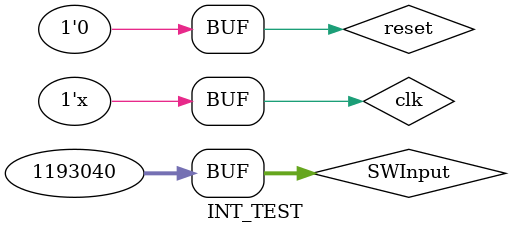
<source format=v>
`timescale 1ns / 1ps


module INT_TEST();
    reg clk = 1;
    reg reset;
    always #5 clk = ~clk;
    initial
    begin
    reset = 0;
    #1 reset = 1;
    #5 reset = 0;
    end
    wire[31:0] Instruction_if,Instruction_id;
    wire[4:0] ALUCode_id;
    wire[31:0] ALUa_ex;
    wire[31:0] ALUb_ex;
    wire[31:0] ALUResult_ex;
    reg[31:0] SWInput;
    
    initial 
    begin
    SWInput = 32'h00000000;
    #100
    SWInput = 32'h00123450;
    end 
    m_MIPS_CPU MIPS_CPU(
     .clk(clk),
     .rst(reset),
     .Instruction(Instruction_if),
     .Instruction2(Instruction_id),
     .ALUCode(ALUCode_id),
     .ALU_a(ALUa_ex),
     .ALU_b(ALUb_ex),
     .aluresult_ex(ALUResult_ex),
     .SWInput(SWInput)
     );
endmodule

</source>
